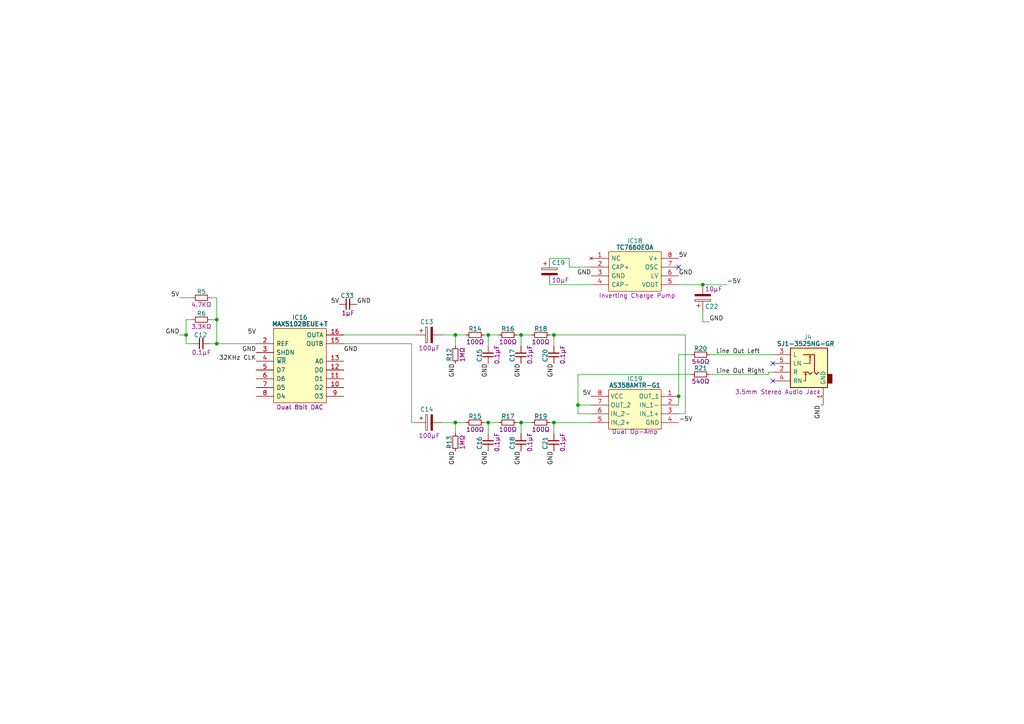
<source format=kicad_sch>
(kicad_sch (version 20230121) (generator eeschema)
  (paper "A4")
  (lib_symbols
    (symbol "CUI_Devices:SJ1-3525NG-GR" (pin_names (offset 0.762))
      (property "Reference" "J" (at 6.985 5.08 0))
      (property "Value" "SJ1-3525NG-GR" (at 7.62 3.175 0))
      (property "Description" "3.5mm Stereo Audio Jack" (at 3.175 -10.795 0))
      (symbol "SJ1-3525NG-GR_0_1"
        (rectangle (start 0 -5.715) (end 1.27 -8.255) (stroke (width 0.254)) (fill (type outline)))
        (rectangle (start 1.27 1.905) (end 12.065 -9.525) (stroke (width 0.254)) (fill (type background)))
      )
      (symbol "SJ1-3525NG-GR_1_0"
        (pin passive line (at 2.54 -14.605 90) (length 5.08) (name "GND") (number "1"))
        (pin input line (at 17.145 -5.08 180) (length 5.08) (name "R") (number "2"))
        (pin input line (at 17.145 0 180) (length 5.08) (name "L") (number "3"))
        (pin passive line (at 17.145 -7.62 180) (length 5.08) (name "RN") (number "4"))
        (pin passive line (at 17.145 -2.54 180) (length 5.08) (name "LN") (number "5"))
      )
      (symbol "SJ1-3525NG-GR_1_1"
        (polyline (pts (xy 6.35 -2.54) (xy 6.35 -0.254) (xy 6.604 -0.762)))
        (polyline (pts (xy 7.62 -7.62) (xy 7.62 -5.334) (xy 7.874 -5.842)))
        (polyline (pts (xy 5.715 -5.08) (xy 6.35 -5.715) (xy 6.985 -5.08) (xy 8.255 -5.08)) (stroke (width 0.254)))
        (polyline (pts (xy 8.255 -7.62) (xy 7.62 -7.62) (xy 7.62 -5.334) (xy 7.366 -5.842)))
        (polyline (pts (xy 8.255 -2.54) (xy 6.35 -2.54) (xy 6.35 -0.254) (xy 6.096 -0.762)))
        (polyline (pts (xy 8.255 0) (xy 5.08 0) (xy 5.08 -5.08) (xy 4.445 -5.715) (xy 3.81 -5.08)) (stroke (width 0.254)))
      )
    )
    (symbol "Connector:Conn_01x24_Pin" (pin_names (offset 1.016) hide)
      (property "Reference" "J" (at 0 30.48 0))
      (property "Value" "Conn_01x24_Pin" (at 0 -33.02 0))
      (symbol "Conn_01x24_Pin_1_1"
        (polyline (pts (xy 1.27 -30.48) (xy 0.8636 -30.48)) (stroke (width 0.1524)))
        (polyline (pts (xy 1.27 -27.94) (xy 0.8636 -27.94)) (stroke (width 0.1524)))
        (polyline (pts (xy 1.27 -25.4) (xy 0.8636 -25.4)) (stroke (width 0.1524)))
        (polyline (pts (xy 1.27 -22.86) (xy 0.8636 -22.86)) (stroke (width 0.1524)))
        (polyline (pts (xy 1.27 -20.32) (xy 0.8636 -20.32)) (stroke (width 0.1524)))
        (polyline (pts (xy 1.27 -17.78) (xy 0.8636 -17.78)) (stroke (width 0.1524)))
        (polyline (pts (xy 1.27 -15.24) (xy 0.8636 -15.24)) (stroke (width 0.1524)))
        (polyline (pts (xy 1.27 -12.7) (xy 0.8636 -12.7)) (stroke (width 0.1524)))
        (polyline (pts (xy 1.27 -10.16) (xy 0.8636 -10.16)) (stroke (width 0.1524)))
        (polyline (pts (xy 1.27 -7.62) (xy 0.8636 -7.62)) (stroke (width 0.1524)))
        (polyline (pts (xy 1.27 -5.08) (xy 0.8636 -5.08)) (stroke (width 0.1524)))
        (polyline (pts (xy 1.27 -2.54) (xy 0.8636 -2.54)) (stroke (width 0.1524)))
        (polyline (pts (xy 1.27 0) (xy 0.8636 0)) (stroke (width 0.1524)))
        (polyline (pts (xy 1.27 2.54) (xy 0.8636 2.54)) (stroke (width 0.1524)))
        (polyline (pts (xy 1.27 5.08) (xy 0.8636 5.08)) (stroke (width 0.1524)))
        (polyline (pts (xy 1.27 7.62) (xy 0.8636 7.62)) (stroke (width 0.1524)))
        (polyline (pts (xy 1.27 10.16) (xy 0.8636 10.16)) (stroke (width 0.1524)))
        (polyline (pts (xy 1.27 12.7) (xy 0.8636 12.7)) (stroke (width 0.1524)))
        (polyline (pts (xy 1.27 15.24) (xy 0.8636 15.24)) (stroke (width 0.1524)))
        (polyline (pts (xy 1.27 17.78) (xy 0.8636 17.78)) (stroke (width 0.1524)))
        (polyline (pts (xy 1.27 20.32) (xy 0.8636 20.32)) (stroke (width 0.1524)))
        (polyline (pts (xy 1.27 22.86) (xy 0.8636 22.86)) (stroke (width 0.1524)))
        (polyline (pts (xy 1.27 25.4) (xy 0.8636 25.4)) (stroke (width 0.1524)))
        (polyline (pts (xy 1.27 27.94) (xy 0.8636 27.94)) (stroke (width 0.1524)))
        (rectangle (start 0.8636 -30.353) (end 0 -30.607) (stroke (width 0.1524)) (fill (type outline)))
        (rectangle (start 0.8636 -27.813) (end 0 -28.067) (stroke (width 0.1524)) (fill (type outline)))
        (rectangle (start 0.8636 -25.273) (end 0 -25.527) (stroke (width 0.1524)) (fill (type outline)))
        (rectangle (start 0.8636 -22.733) (end 0 -22.987) (stroke (width 0.1524)) (fill (type outline)))
        (rectangle (start 0.8636 -20.193) (end 0 -20.447) (stroke (width 0.1524)) (fill (type outline)))
        (rectangle (start 0.8636 -17.653) (end 0 -17.907) (stroke (width 0.1524)) (fill (type outline)))
        (rectangle (start 0.8636 -15.113) (end 0 -15.367) (stroke (width 0.1524)) (fill (type outline)))
        (rectangle (start 0.8636 -12.573) (end 0 -12.827) (stroke (width 0.1524)) (fill (type outline)))
        (rectangle (start 0.8636 -10.033) (end 0 -10.287) (stroke (width 0.1524)) (fill (type outline)))
        (rectangle (start 0.8636 -7.493) (end 0 -7.747) (stroke (width 0.1524)) (fill (type outline)))
        (rectangle (start 0.8636 -4.953) (end 0 -5.207) (stroke (width 0.1524)) (fill (type outline)))
        (rectangle (start 0.8636 -2.413) (end 0 -2.667) (stroke (width 0.1524)) (fill (type outline)))
        (rectangle (start 0.8636 0.127) (end 0 -0.127) (stroke (width 0.1524)) (fill (type outline)))
        (rectangle (start 0.8636 2.667) (end 0 2.413) (stroke (width 0.1524)) (fill (type outline)))
        (rectangle (start 0.8636 5.207) (end 0 4.953) (stroke (width 0.1524)) (fill (type outline)))
        (rectangle (start 0.8636 7.747) (end 0 7.493) (stroke (width 0.1524)) (fill (type outline)))
        (rectangle (start 0.8636 10.287) (end 0 10.033) (stroke (width 0.1524)) (fill (type outline)))
        (rectangle (start 0.8636 12.827) (end 0 12.573) (stroke (width 0.1524)) (fill (type outline)))
        (rectangle (start 0.8636 15.367) (end 0 15.113) (stroke (width 0.1524)) (fill (type outline)))
        (rectangle (start 0.8636 17.907) (end 0 17.653) (stroke (width 0.1524)) (fill (type outline)))
        (rectangle (start 0.8636 20.447) (end 0 20.193) (stroke (width 0.1524)) (fill (type outline)))
        (rectangle (start 0.8636 22.987) (end 0 22.733) (stroke (width 0.1524)) (fill (type outline)))
        (rectangle (start 0.8636 25.527) (end 0 25.273) (stroke (width 0.1524)) (fill (type outline)))
        (rectangle (start 0.8636 28.067) (end 0 27.813) (stroke (width 0.1524)) (fill (type outline)))
        (pin passive line (at 5.08 27.94 180) (length 3.81) (name "Pin_1") (number "1"))
        (pin passive line (at 5.08 5.08 180) (length 3.81) (name "Pin_10") (number "10"))
        (pin passive line (at 5.08 2.54 180) (length 3.81) (name "Pin_11") (number "11"))
        (pin passive line (at 5.08 0 180) (length 3.81) (name "Pin_12") (number "12"))
        (pin passive line (at 5.08 -2.54 180) (length 3.81) (name "Pin_13") (number "13"))
        (pin passive line (at 5.08 -5.08 180) (length 3.81) (name "Pin_14") (number "14"))
        (pin passive line (at 5.08 -7.62 180) (length 3.81) (name "Pin_15") (number "15"))
        (pin passive line (at 5.08 -10.16 180) (length 3.81) (name "Pin_16") (number "16"))
        (pin passive line (at 5.08 -12.7 180) (length 3.81) (name "Pin_17") (number "17"))
        (pin passive line (at 5.08 -15.24 180) (length 3.81) (name "Pin_18") (number "18"))
        (pin passive line (at 5.08 -17.78 180) (length 3.81) (name "Pin_19") (number "19"))
        (pin passive line (at 5.08 25.4 180) (length 3.81) (name "Pin_2") (number "2"))
        (pin passive line (at 5.08 -20.32 180) (length 3.81) (name "Pin_20") (number "20"))
        (pin passive line (at 5.08 -22.86 180) (length 3.81) (name "Pin_21") (number "21"))
        (pin passive line (at 5.08 -25.4 180) (length 3.81) (name "Pin_22") (number "22"))
        (pin passive line (at 5.08 -27.94 180) (length 3.81) (name "Pin_23") (number "23"))
        (pin passive line (at 5.08 -30.48 180) (length 3.81) (name "Pin_24") (number "24"))
        (pin passive line (at 5.08 22.86 180) (length 3.81) (name "Pin_3") (number "3"))
        (pin passive line (at 5.08 20.32 180) (length 3.81) (name "Pin_4") (number "4"))
        (pin passive line (at 5.08 17.78 180) (length 3.81) (name "Pin_5") (number "5"))
        (pin passive line (at 5.08 15.24 180) (length 3.81) (name "Pin_6") (number "6"))
        (pin passive line (at 5.08 12.7 180) (length 3.81) (name "Pin_7") (number "7"))
        (pin passive line (at 5.08 10.16 180) (length 3.81) (name "Pin_8") (number "8"))
        (pin passive line (at 5.08 7.62 180) (length 3.81) (name "Pin_9") (number "9"))
      )
    )
    (symbol "Diodes_Inc:AS358AMTR-G1"
      (property "Reference" "IC" (at 12.7 5.08 0))
      (property "Value" "AS358AMTR-G1" (at 12.7 3.175 0))
      (property "Description" "Dual Op-Amp" (at 12.7 -9.525 0))
      (symbol "AS358AMTR-G1_0_1"
        (polyline (pts (xy 5.08 1.905) (xy 20.32 1.905) (xy 20.32 -9.525) (xy 5.08 -9.525) (xy 5.08 1.905)) (stroke (width 0.1524)) (fill (type background)))
      )
      (symbol "AS358AMTR-G1_1_1"
        (pin output line (at 0 0 0) (length 5.08) (name "OUT_1") (number "1"))
        (pin input line (at 0 -2.54 0) (length 5.08) (name "IN_1-") (number "2"))
        (pin input line (at 0 -5.08 0) (length 5.08) (name "IN_1+") (number "3"))
        (pin passive line (at 0 -7.62 0) (length 5.08) (name "GND") (number "4"))
        (pin input line (at 25.4 -7.62 180) (length 5.08) (name "IN_2+") (number "5"))
        (pin input line (at 25.4 -5.08 180) (length 5.08) (name "IN_2-") (number "6"))
        (pin output line (at 25.4 -2.54 180) (length 5.08) (name "OUT_2") (number "7"))
        (pin passive line (at 25.4 0 180) (length 5.08) (name "VCC") (number "8"))
      )
    )
    (symbol "HCP65:C_0805" (pin_numbers hide) (pin_names (offset 0.254) hide)
      (property "Reference" "C" (at 2.286 2.54 0))
      (property "Description" "?μF" (at 2.54 -2.54 0))
      (symbol "C_0805_0_1"
        (polyline (pts (xy 1.9685 -1.4605) (xy 1.9685 1.5875)) (stroke (width 0.3048)))
        (polyline (pts (xy 2.9845 -1.4605) (xy 2.9845 1.5875)) (stroke (width 0.3302)))
      )
      (symbol "C_0805_1_1"
        (pin passive line (at 0 0 0) (length 2.032) (name "~") (number "1"))
        (pin passive line (at 5.08 0 180) (length 2.032) (name "~") (number "2"))
      )
    )
    (symbol "HCP65:C_Polarized" (pin_numbers hide) (pin_names (offset 0.254))
      (property "Reference" "C" (at 0.635 2.54 0))
      (property "Description" "?μF" (at 0.635 -2.54 0))
      (symbol "C_Polarized_0_1"
        (rectangle (start -2.286 0.508) (end 2.286 1.016))
        (polyline (pts (xy -1.778 2.286) (xy -0.762 2.286)))
        (polyline (pts (xy -1.27 2.794) (xy -1.27 1.778)))
        (rectangle (start 2.286 -0.508) (end -2.286 -1.016) (fill (type outline)))
      )
      (symbol "C_Polarized_1_1"
        (pin passive line (at 0 3.81 270) (length 2.794) (name "~") (number "1"))
        (pin passive line (at 0 -3.81 90) (length 2.794) (name "~") (number "2"))
      )
    )
    (symbol "HCP65:R_0805" (pin_numbers hide) (pin_names hide)
      (property "Reference" "R" (at 2.54 1.778 0))
      (property "Description" "?Ω" (at 2.54 -2.032 0))
      (symbol "R_0805_0_1"
        (rectangle (start 0.762 0.762) (end 4.318 -0.762) (stroke (width 0.2032)))
      )
      (symbol "R_0805_1_1"
        (pin passive line (at 0 0 0) (length 0.72) (name "~") (number "1"))
        (pin passive line (at 5.08 0 180) (length 0.72) (name "~") (number "2"))
      )
    )
    (symbol "Maxim:MAX5102BEUE+T" (pin_names (offset 0.762))
      (property "Reference" "IC" (at 12.7 5.08 0))
      (property "Value" "MAX5102BEUE+T" (at 12.7 3.175 0))
      (property "Description" "Dual 8bit DAC" (at 12.7 -20.955 0))
      (symbol "MAX5102BEUE+T_0_0"
        (pin passive line (at 0 0 0) (length 5.08) hide (name "VDD") (number "1"))
        (pin input line (at 25.4 -15.24 180) (length 5.08) (name "D2") (number "10"))
        (pin input line (at 25.4 -12.7 180) (length 5.08) (name "D1") (number "11"))
        (pin input line (at 25.4 -10.16 180) (length 5.08) (name "D0") (number "12"))
        (pin input line (at 25.4 -7.62 180) (length 5.08) (name "A0") (number "13"))
        (pin passive line (at 25.4 -5.08 180) (length 5.08) hide (name "GND") (number "14"))
        (pin output line (at 25.4 -2.54 180) (length 5.08) (name "OUTB") (number "15"))
        (pin output line (at 25.4 0 180) (length 5.08) (name "OUTA") (number "16"))
        (pin input line (at 0 -2.54 0) (length 5.08) (name "REF") (number "2"))
        (pin input line (at 0 -5.08 0) (length 5.08) (name "SHDN") (number "3"))
        (pin input line (at 0 -7.62 0) (length 5.08) (name "~{WR}") (number "4"))
        (pin input line (at 0 -10.16 0) (length 5.08) (name "D7") (number "5"))
        (pin input line (at 0 -12.7 0) (length 5.08) (name "D6") (number "6"))
        (pin input line (at 0 -15.24 0) (length 5.08) (name "D5") (number "7"))
        (pin input line (at 0 -17.78 0) (length 5.08) (name "D4") (number "8"))
        (pin input line (at 25.4 -17.78 180) (length 5.08) (name "D3") (number "9"))
      )
      (symbol "MAX5102BEUE+T_0_1"
        (polyline (pts (xy 5.08 1.905) (xy 20.32 1.905) (xy 20.32 -19.685) (xy 5.08 -19.685) (xy 5.08 1.905)) (stroke (width 0.1524)) (fill (type background)))
      )
    )
    (symbol "Microchip:TC7660EOA" (pin_names (offset 0.762))
      (property "Reference" "IC" (at 12.7 5.08 0))
      (property "Value" "TC7660EOA" (at 12.7 3.175 0))
      (property "Description" "Inverting Charge Pump" (at 13.335 -10.795 0))
      (symbol "TC7660EOA_0_0"
        (pin no_connect line (at 0 0 0) (length 5.08) (name "NC") (number "1"))
        (pin passive line (at 0 -2.54 0) (length 5.08) (name "CAP+") (number "2"))
        (pin passive line (at 0 -5.08 0) (length 5.08) (name "GND") (number "3"))
        (pin passive line (at 0 -7.62 0) (length 5.08) (name "CAP-") (number "4"))
        (pin passive line (at 25.4 -7.62 180) (length 5.08) (name "VOUT") (number "5"))
        (pin passive line (at 25.4 -5.08 180) (length 5.08) (name "LV") (number "6"))
        (pin passive line (at 25.4 -2.54 180) (length 5.08) (name "OSC") (number "7"))
        (pin passive line (at 25.4 0 180) (length 5.08) (name "V+") (number "8"))
      )
      (symbol "TC7660EOA_0_1"
        (polyline (pts (xy 5.08 1.905) (xy 20.32 1.905) (xy 20.32 -9.525) (xy 5.08 -9.525) (xy 5.08 1.905)) (stroke (width 0.1524)) (fill (type background)))
      )
    )
  )
  (junction (at 151.13 97.155))
  (junction (at 132.08 122.555))
  (junction (at 203.835 82.55))
  (junction (at 132.08 97.155))
  (junction (at 141.605 122.555))
  (junction (at 141.605 97.155))
  (junction (at 167.64 117.475))
  (junction (at 53.975 97.155))
  (junction (at 62.865 92.71))
  (junction (at 160.655 122.555))
  (junction (at 62.865 99.695))
  (junction (at 196.85 114.935))
  (junction (at 151.13 122.555))
  (junction (at 160.655 97.155))
  (no_connect (at 224.155 110.49))
  (no_connect (at 196.85 77.47))
  (no_connect (at 224.155 105.41))
  (wire (pts (xy 196.85 102.87) (xy 196.85 114.935)))
  (wire (pts (xy 99.695 99.695) (xy 119.38 99.695)))
  (wire (pts (xy 160.655 122.555) (xy 160.655 125.73)))
  (wire (pts (xy 196.85 120.015) (xy 198.755 120.015)))
  (wire (pts (xy 60.96 92.71) (xy 62.865 92.71)))
  (wire (pts (xy 222.885 107.95) (xy 222.885 108.585)))
  (wire (pts (xy 141.605 97.155) (xy 141.605 100.33)))
  (wire (pts (xy 62.865 99.695) (xy 74.295 99.695)))
  (wire (pts (xy 238.76 117.475) (xy 238.125 117.475)))
  (wire (pts (xy 53.975 92.71) (xy 55.88 92.71)))
  (wire (pts (xy 159.385 97.155) (xy 160.655 97.155)))
  (wire (pts (xy 165.1 74.93) (xy 159.385 74.93)))
  (wire (pts (xy 196.85 82.55) (xy 203.835 82.55)))
  (wire (pts (xy 203.835 82.55) (xy 210.82 82.55)))
  (wire (pts (xy 205.74 102.87) (xy 224.155 102.87)))
  (wire (pts (xy 203.835 93.345) (xy 203.835 90.17)))
  (wire (pts (xy 99.695 97.155) (xy 120.65 97.155)))
  (wire (pts (xy 160.655 122.555) (xy 171.45 122.555)))
  (wire (pts (xy 151.13 122.555) (xy 151.13 125.73)))
  (wire (pts (xy 165.1 77.47) (xy 165.1 74.93)))
  (wire (pts (xy 128.27 122.555) (xy 132.08 122.555)))
  (wire (pts (xy 224.155 107.95) (xy 222.885 107.95)))
  (wire (pts (xy 154.305 97.155) (xy 151.13 97.155)))
  (wire (pts (xy 167.64 117.475) (xy 171.45 117.475)))
  (wire (pts (xy 144.78 97.155) (xy 141.605 97.155)))
  (wire (pts (xy 167.64 120.015) (xy 171.45 120.015)))
  (wire (pts (xy 53.975 99.695) (xy 55.88 99.695)))
  (wire (pts (xy 128.27 97.155) (xy 132.08 97.155)))
  (wire (pts (xy 196.85 102.87) (xy 200.66 102.87)))
  (wire (pts (xy 135.255 97.155) (xy 132.08 97.155)))
  (wire (pts (xy 159.385 122.555) (xy 160.655 122.555)))
  (wire (pts (xy 132.08 100.33) (xy 132.08 97.155)))
  (wire (pts (xy 119.38 122.555) (xy 119.38 99.695)))
  (wire (pts (xy 60.96 86.36) (xy 62.865 86.36)))
  (wire (pts (xy 159.385 82.55) (xy 171.45 82.55)))
  (wire (pts (xy 60.96 99.695) (xy 62.865 99.695)))
  (wire (pts (xy 149.86 122.555) (xy 151.13 122.555)))
  (wire (pts (xy 52.07 97.155) (xy 53.975 97.155)))
  (wire (pts (xy 135.255 122.555) (xy 132.08 122.555)))
  (wire (pts (xy 141.605 122.555) (xy 141.605 125.73)))
  (wire (pts (xy 154.305 122.555) (xy 151.13 122.555)))
  (wire (pts (xy 132.08 125.73) (xy 132.08 122.555)))
  (wire (pts (xy 160.655 97.155) (xy 198.755 97.155)))
  (wire (pts (xy 140.335 122.555) (xy 141.605 122.555)))
  (wire (pts (xy 119.38 122.555) (xy 120.65 122.555)))
  (wire (pts (xy 167.64 108.585) (xy 200.66 108.585)))
  (wire (pts (xy 62.865 99.695) (xy 62.865 92.71)))
  (wire (pts (xy 53.975 97.155) (xy 53.975 99.695)))
  (wire (pts (xy 62.865 86.36) (xy 62.865 92.71)))
  (wire (pts (xy 151.13 97.155) (xy 151.13 100.33)))
  (wire (pts (xy 198.755 97.155) (xy 198.755 120.015)))
  (wire (pts (xy 205.74 108.585) (xy 222.885 108.585)))
  (wire (pts (xy 52.07 86.36) (xy 55.88 86.36)))
  (wire (pts (xy 53.975 92.71) (xy 53.975 97.155)))
  (wire (pts (xy 140.335 97.155) (xy 141.605 97.155)))
  (wire (pts (xy 167.64 117.475) (xy 167.64 108.585)))
  (wire (pts (xy 171.45 77.47) (xy 165.1 77.47)))
  (wire (pts (xy 167.64 117.475) (xy 167.64 120.015)))
  (wire (pts (xy 205.74 93.345) (xy 203.835 93.345)))
  (wire (pts (xy 149.86 97.155) (xy 151.13 97.155)))
  (wire (pts (xy 144.78 122.555) (xy 141.605 122.555)))
  (wire (pts (xy 196.85 114.935) (xy 196.85 117.475)))
  (wire (pts (xy 160.655 97.155) (xy 160.655 100.33)))
  (label "GND" (at 151.13 130.81 270))
  (label "5V" (at -34.925 125.73 0))
  (label "GND" (at 103.505 88.265 0))
  (label "-5V" (at 210.82 82.55 0))
  (label "32KHz CLK" (at 74.295 104.775 180))
  (label "GND" (at 151.13 105.41 270))
  (label "GND" (at 99.695 102.235 0))
  (label "Line Out Right" (at 207.645 108.585 0))
  (label "GND" (at 205.74 93.345 0))
  (label "5V" (at 98.425 88.265 180))
  (label "GND" (at 141.605 105.41 270))
  (label "GND" (at -34.925 90.17 0))
  (label "GND" (at 160.655 105.41 270))
  (label "5V" (at 196.85 74.93 0))
  (label "GND" (at 160.655 130.81 270))
  (label "5V" (at 171.45 114.935 180))
  (label "Line Out Left" (at 207.645 102.87 0))
  (label "GND" (at 52.07 97.155 180))
  (label "5V" (at -62.23 77.47 180))
  (label "GND" (at 238.125 117.475 270))
  (label "GND" (at 132.08 130.81 270))
  (label "GND" (at 171.45 80.01 180))
  (label "GND" (at -62.23 113.03 180))
  (label "5V" (at 52.07 86.36 180))
  (label "GND" (at 132.08 105.41 270))
  (label "GND" (at -34.925 113.03 0))
  (label "GND" (at 74.295 102.235 180))
  (label "GND" (at 196.85 80.01 0))
  (label "5V" (at 74.295 97.155 180))
  (label "GND" (at 141.605 130.81 270))
  (label "-5V" (at 196.85 122.555 0))
  (symbol (lib_id "Maxim:MAX5102BEUE+T") (at 74.295 97.155 0) (unit 1)
    (property "Reference" "IC16" (at 86.995 92.075 0))
    (property "Value" "MAX5102BEUE+T" (at 86.995 93.98 0) (effects (font bold)))
    (property "Footprint" "SOP65P640X110-16N" (effects hide))
    (property "Datasheet" "https://pdfserv.maximintegrated.com/package_dwgs/21-0066.PDF" (effects hide))
    (property "Description" "Dual 8bit DAC" (at 86.995 118.11 0))
    (property "Height" "1.1" (effects hide))
    (property "Manufacturer_Name" "Analog Devices" (effects hide))
    (property "Manufacturer_Part_Number" "MAX5102BEUE+T" (effects hide))
    (property "Mouser Part Number" "700-MAX5102BEUET" (effects hide))
    (property "Mouser Price/Stock" "https://www.mouser.co.uk/ProductDetail/Maxim-Integrated/MAX5102BEUE%2bT?qs=wTZ%2FFzl837bmVjuKxg2mFA%3D%3D" (effects hide))
    (instances (project "Pico Sound" (path "" (reference "IC16") (unit 1))) (project "Sound" (path "" (reference "IC2") (unit 1)) (path "" (reference "IC2") (unit 1))))
  )
  (symbol (lib_id "HCP65:C_0805") (at 160.655 130.81 90) (unit 1)
    (property "Reference" "C21" (at 158.115 128.524 0))
    (property "Value" "C_0805" (effects hide))
    (property "Footprint" "SamacSys_Parts:C_0805" (effects hide))
    (property "Description" "0.1μF" (at 163.195 128.27 0))
    (instances (project "Pico Sound" (path "" (reference "C21") (unit 1))) (project "Sound" (path "" (reference "C12") (unit 1)) (path "" (reference "C12") (unit 1))))
  )
  (symbol (lib_id "HCP65:C_Polarized") (at 124.46 122.555 90) (mirror x) (unit 1)
    (property "Reference" "C14" (at 125.73 118.745 90) (effects (justify left)))
    (property "Value" "C_Polarized" (effects hide))
    (property "Footprint" "Capacitor_THT:CP_Radial_D4.0mm_P2.00mm" (effects hide))
    (property "Description" "100μF" (at 127.635 126.365 90) (effects (justify left)))
    (instances (project "Pico Sound" (path "" (reference "C14") (unit 1))) (project "Sound" (path "" (reference "C9") (unit 1)) (path "" (reference "C9") (unit 1))))
  )
  (symbol (lib_id "HCP65:C_0805") (at 141.605 105.41 90) (unit 1)
    (property "Reference" "C15" (at 139.065 103.124 0))
    (property "Value" "C_0805" (effects hide))
    (property "Footprint" "SamacSys_Parts:C_0805" (effects hide))
    (property "Description" "0.1μF" (at 144.145 102.87 0))
    (instances (project "Pico Sound" (path "" (reference "C15") (unit 1))) (project "Sound" (path "" (reference "C6") (unit 1)) (path "" (reference "C6") (unit 1))))
  )
  (symbol (lib_id "HCP65:R_0805") (at 135.255 122.555 0) (unit 1)
    (property "Reference" "R15" (at 137.795 120.777 0))
    (property "Value" "R_0805" (effects hide))
    (property "Footprint" "SamacSys_Parts:R_0805" (effects hide))
    (property "Description" "100Ω" (at 137.795 124.587 0))
    (instances (project "Pico Sound" (path "" (reference "R15") (unit 1))) (project "Sound" (path "" (reference "R9") (unit 1)) (path "" (reference "R9") (unit 1))))
  )
  (symbol (lib_id "HCP65:C_Polarized") (at 203.835 86.36 0) (mirror x) (unit 1)
    (property "Reference" "C22" (at 204.47 88.9 0) (effects (justify left)))
    (property "Value" "C_Polarized" (effects hide))
    (property "Footprint" "Capacitor_THT:CP_Radial_D4.0mm_P2.00mm" (effects hide))
    (property "Description" "10μF" (at 204.47 83.82 0) (effects (justify left)))
    (instances (project "Pico Sound" (path "" (reference "C22") (unit 1))) (project "Sound" (path "" (reference "C2") (unit 1)) (path "" (reference "C2") (unit 1))))
  )
  (symbol (lib_id "HCP65:R_0805") (at 132.08 105.41 90) (unit 1)
    (property "Reference" "R12" (at 130.302 102.87 0))
    (property "Value" "R_0805" (effects hide))
    (property "Footprint" "SamacSys_Parts:R_0805" (effects hide))
    (property "Description" "1MΩ" (at 134.112 102.87 0))
    (instances (project "Pico Sound" (path "" (reference "R12") (unit 1))) (project "Sound" (path "" (reference "R7") (unit 1)) (path "" (reference "R7") (unit 1))))
  )
  (symbol (lib_id "HCP65:R_0805") (at 55.88 92.71 0) (unit 1)
    (property "Reference" "R6" (at 58.42 90.932 0))
    (property "Value" "R_0805" (effects hide))
    (property "Footprint" "SamacSys_Parts:R_0805" (effects hide))
    (property "Description" "3.3KΩ" (at 58.42 94.742 0))
    (instances (project "Pico Sound" (path "" (reference "R6") (unit 1))) (project "Sound" (path "" (reference "R2") (unit 1)) (path "" (reference "R2") (unit 1))))
  )
  (symbol (lib_id "CUI_Devices:SJ1-3525NG-GR") (at 241.3 102.87 0) (mirror y) (unit 1)
    (property "Reference" "J4" (at 234.315 97.79 0))
    (property "Value" "SJ1-3525NG-GR" (at 233.68 99.695 0) (effects (font bold)))
    (property "Footprint" "SJ13525NGGR" (effects hide))
    (property "Datasheet" "https://www.cuidevices.com/product/resource/digikeypdf/sj1-352xng.pdf" (effects hide))
    (property "Description" "3.5mm Stereo Audio Jack" (at 238.125 113.665 0) (effects (justify left)))
    (property "Height" "6.1" (effects hide))
    (property "Manufacturer_Name" "CUI Devices" (effects hide))
    (property "Manufacturer_Part_Number" "SJ1-3525NG-GR" (effects hide))
    (property "Mouser Part Number" "490-SJ1-3525NG-GR" (effects hide))
    (property "Mouser Price/Stock" "https://www.mouser.co.uk/ProductDetail/CUI-Devices/SJ1-3525NG-GR?qs=WyjlAZoYn51BeLQaUbXH3w%3D%3D" (effects hide))
    (property "Arrow Part Number" "SJ1-3525NG-GR" (effects hide))
    (property "Arrow Price/Stock" "https://www.arrow.com/en/products/sj1-3525ng-gr/cui-devices?region=nac" (effects hide))
    (instances (project "Pico Sound" (path "" (reference "J4") (unit 1))) (project "Sound" (path "" (reference "J1") (unit 1)) (path "" (reference "J1") (unit 1))))
  )
  (symbol (lib_id "HCP65:C_0805") (at 151.13 105.41 90) (unit 1)
    (property "Reference" "C17" (at 148.59 103.124 0))
    (property "Value" "C_0805" (effects hide))
    (property "Footprint" "SamacSys_Parts:C_0805" (effects hide))
    (property "Description" "0.1μF" (at 153.67 102.87 0))
    (instances (project "Pico Sound" (path "" (reference "C17") (unit 1))) (project "Sound" (path "" (reference "C7") (unit 1)) (path "" (reference "C7") (unit 1))))
  )
  (symbol (lib_id "HCP65:R_0805") (at 154.305 122.555 0) (unit 1)
    (property "Reference" "R19" (at 156.845 120.777 0))
    (property "Value" "R_0805" (effects hide))
    (property "Footprint" "SamacSys_Parts:R_0805" (effects hide))
    (property "Description" "100Ω" (at 156.845 124.587 0))
    (instances (project "Pico Sound" (path "" (reference "R19") (unit 1))) (project "Sound" (path "" (reference "R11") (unit 1)) (path "" (reference "R11") (unit 1))))
  )
  (symbol (lib_id "HCP65:R_0805") (at 144.78 97.155 0) (unit 1)
    (property "Reference" "R16" (at 147.32 95.377 0))
    (property "Value" "R_0805" (effects hide))
    (property "Footprint" "SamacSys_Parts:R_0805" (effects hide))
    (property "Description" "100Ω" (at 147.32 99.187 0))
    (instances (project "Pico Sound" (path "" (reference "R16") (unit 1))) (project "Sound" (path "" (reference "R4") (unit 1)) (path "" (reference "R4") (unit 1))))
  )
  (symbol (lib_id "HCP65:C_0805") (at 55.88 99.695 0) (unit 1)
    (property "Reference" "C12" (at 58.166 97.155 0))
    (property "Value" "C_0805" (effects hide))
    (property "Footprint" "SamacSys_Parts:C_0805" (effects hide))
    (property "Description" "0.1μF" (at 58.42 102.235 0))
    (instances (project "Pico Sound" (path "" (reference "C12") (unit 1))) (project "Sound" (path "" (reference "C5") (unit 1)) (path "" (reference "C5") (unit 1))))
  )
  (symbol (lib_id "HCP65:R_0805") (at 144.78 122.555 0) (unit 1)
    (property "Reference" "R17" (at 147.32 120.777 0))
    (property "Value" "R_0805" (effects hide))
    (property "Footprint" "SamacSys_Parts:R_0805" (effects hide))
    (property "Description" "100Ω" (at 147.32 124.587 0))
    (instances (project "Pico Sound" (path "" (reference "R17") (unit 1))) (project "Sound" (path "" (reference "R10") (unit 1)) (path "" (reference "R10") (unit 1))))
  )
  (symbol (lib_id "Connector:Conn_01x24_Pin") (at -57.15 100.33 0) (mirror y) (unit 1)
    (property "Reference" "J?" (at -57.15 69.85 0))
    (property "Value" "Conn_01x24_Pin" (at -57.15 133.35 0))
    (property "Footprint" "Connector_PinHeader_2.54mm:PinHeader_1x24_P2.54mm_Vertical" (effects hide))
    (instances (project "Video Timer" (path "" (reference "J?") (unit 1)) (path "" (reference "J1") (unit 1)) (path "" (reference "J4") (unit 1))) (project "Sound" (path "" (reference "J2") (unit 1))))
  )
  (symbol (lib_id "HCP65:R_0805") (at 55.88 86.36 0) (unit 1)
    (property "Reference" "R5" (at 58.42 84.582 0))
    (property "Value" "R_0805" (effects hide))
    (property "Footprint" "SamacSys_Parts:R_0805" (effects hide))
    (property "Description" "4.7KΩ" (at 58.42 88.392 0))
    (instances (project "Pico Sound" (path "" (reference "R5") (unit 1))) (project "Sound" (path "" (reference "R1") (unit 1)) (path "" (reference "R1") (unit 1))))
  )
  (symbol (lib_id "Microchip:TC7660EOA") (at 171.45 74.93 0) (unit 1)
    (property "Reference" "IC18" (at 184.15 69.85 0))
    (property "Value" "TC7660EOA" (at 184.15 71.755 0) (effects (font bold)))
    (property "Footprint" "SOIC127P600X175-8N" (effects hide))
    (property "Datasheet" "https://ww1.microchip.com/downloads/en/devicedoc/21465c.pdf" (effects hide))
    (property "Description" "Inverting Charge Pump" (at 184.785 85.725 0))
    (property "Height" "1.75" (effects hide))
    (property "Manufacturer_Name" "Microchip" (effects hide))
    (property "Manufacturer_Part_Number" "TC7660EOA" (effects hide))
    (property "Mouser Part Number" "579-TC7660EOA" (effects hide))
    (property "Mouser Price/Stock" "https://www.mouser.co.uk/ProductDetail/Microchip-Technology/TC7660EOA?qs=gZwDaUDMhIfP43HT5xqUZA%3D%3D" (effects hide))
    (property "Arrow Part Number" "TC7660EOA" (effects hide))
    (property "Arrow Price/Stock" "https://www.arrow.com/en/products/tc7660eoa/microchip-technology?region=nac" (effects hide))
    (property "Silkscreen" "TC7660" (effects hide))
    (instances (project "Pico Sound" (path "" (reference "IC18") (unit 1))) (project "Sound" (path "" (reference "IC1") (unit 1)) (path "" (reference "IC1") (unit 1))))
  )
  (symbol (lib_id "HCP65:R_0805") (at 200.66 102.87 0) (unit 1)
    (property "Reference" "R20" (at 203.2 101.092 0))
    (property "Value" "R_0805" (effects hide))
    (property "Footprint" "SamacSys_Parts:R_0805" (effects hide))
    (property "Description" "540Ω" (at 203.2 104.902 0))
    (instances (project "Pico Sound" (path "" (reference "R20") (unit 1))) (project "Sound" (path "" (reference "R6") (unit 1)) (path "" (reference "R6") (unit 1))))
  )
  (symbol (lib_id "HCP65:C_0805") (at 98.425 88.265 0) (unit 1)
    (property "Reference" "C33" (at 100.711 85.725 0))
    (property "Value" "C_0805" (effects hide))
    (property "Footprint" "SamacSys_Parts:C_0805" (effects hide))
    (property "Description" "1μF" (at 100.965 90.805 0))
    (instances (project "Pico Sound" (path "" (reference "C33") (unit 1))) (project "Sound" (path "" (reference "C3") (unit 1)) (path "" (reference "C3") (unit 1))))
  )
  (symbol (lib_id "HCP65:R_0805") (at 132.08 130.81 90) (unit 1)
    (property "Reference" "R13" (at 130.302 128.27 0))
    (property "Value" "R_0805" (effects hide))
    (property "Footprint" "SamacSys_Parts:R_0805" (effects hide))
    (property "Description" "1MΩ" (at 134.112 128.27 0))
    (instances (project "Pico Sound" (path "" (reference "R13") (unit 1))) (project "Sound" (path "" (reference "R12") (unit 1)) (path "" (reference "R12") (unit 1))))
  )
  (symbol (lib_id "HCP65:R_0805") (at 135.255 97.155 0) (unit 1)
    (property "Reference" "R14" (at 137.795 95.377 0))
    (property "Value" "R_0805" (effects hide))
    (property "Footprint" "SamacSys_Parts:R_0805" (effects hide))
    (property "Description" "100Ω" (at 137.795 99.187 0))
    (instances (project "Pico Sound" (path "" (reference "R14") (unit 1))) (project "Sound" (path "" (reference "R3") (unit 1)) (path "" (reference "R3") (unit 1))))
  )
  (symbol (lib_id "HCP65:C_0805") (at 151.13 130.81 90) (unit 1)
    (property "Reference" "C18" (at 148.59 128.524 0))
    (property "Value" "C_0805" (effects hide))
    (property "Footprint" "SamacSys_Parts:C_0805" (effects hide))
    (property "Description" "0.1μF" (at 153.67 128.27 0))
    (instances (project "Pico Sound" (path "" (reference "C18") (unit 1))) (project "Sound" (path "" (reference "C11") (unit 1)) (path "" (reference "C11") (unit 1))))
  )
  (symbol (lib_id "HCP65:C_Polarized") (at 124.46 97.155 90) (mirror x) (unit 1)
    (property "Reference" "C13" (at 125.73 93.345 90) (effects (justify left)))
    (property "Value" "C_Polarized" (effects hide))
    (property "Footprint" "Capacitor_THT:CP_Radial_D4.0mm_P2.00mm" (effects hide))
    (property "Description" "100μF" (at 127.635 100.965 90) (effects (justify left)))
    (instances (project "Pico Sound" (path "" (reference "C13") (unit 1))) (project "Sound" (path "" (reference "C4") (unit 1)) (path "" (reference "C4") (unit 1))))
  )
  (symbol (lib_id "HCP65:R_0805") (at 200.66 108.585 0) (unit 1)
    (property "Reference" "R21" (at 203.2 106.807 0))
    (property "Value" "R_0805" (effects hide))
    (property "Footprint" "SamacSys_Parts:R_0805" (effects hide))
    (property "Description" "540Ω" (at 203.2 110.617 0))
    (instances (project "Pico Sound" (path "" (reference "R21") (unit 1))) (project "Sound" (path "" (reference "R8") (unit 1)) (path "" (reference "R8") (unit 1))))
  )
  (symbol (lib_id "HCP65:C_0805") (at 160.655 105.41 90) (unit 1)
    (property "Reference" "C20" (at 158.115 103.124 0))
    (property "Value" "C_0805" (effects hide))
    (property "Footprint" "SamacSys_Parts:C_0805" (effects hide))
    (property "Description" "0.1μF" (at 163.195 102.87 0))
    (instances (project "Pico Sound" (path "" (reference "C20") (unit 1))) (project "Sound" (path "" (reference "C8") (unit 1)) (path "" (reference "C8") (unit 1))))
  )
  (symbol (lib_id "HCP65:C_0805") (at 141.605 130.81 90) (unit 1)
    (property "Reference" "C16" (at 139.065 128.524 0))
    (property "Value" "C_0805" (effects hide))
    (property "Footprint" "SamacSys_Parts:C_0805" (effects hide))
    (property "Description" "0.1μF" (at 144.145 128.27 0))
    (instances (project "Pico Sound" (path "" (reference "C16") (unit 1))) (project "Sound" (path "" (reference "C10") (unit 1)) (path "" (reference "C10") (unit 1))))
  )
  (symbol (lib_id "HCP65:R_0805") (at 154.305 97.155 0) (unit 1)
    (property "Reference" "R18" (at 156.845 95.377 0))
    (property "Value" "R_0805" (effects hide))
    (property "Footprint" "SamacSys_Parts:R_0805" (effects hide))
    (property "Description" "100Ω" (at 156.845 99.187 0))
    (instances (project "Pico Sound" (path "" (reference "R18") (unit 1))) (project "Sound" (path "" (reference "R5") (unit 1)) (path "" (reference "R5") (unit 1))))
  )
  (symbol (lib_id "HCP65:C_Polarized") (at 159.385 78.74 0) (unit 1)
    (property "Reference" "C19" (at 160.02 76.2 0) (effects (justify left)))
    (property "Value" "C_Polarized" (effects hide))
    (property "Footprint" "Capacitor_THT:CP_Radial_D4.0mm_P2.00mm" (effects hide))
    (property "Description" "10μF" (at 160.02 81.28 0) (effects (justify left)))
    (instances (project "Pico Sound" (path "" (reference "C19") (unit 1))) (project "Sound" (path "" (reference "C1") (unit 1)) (path "" (reference "C1") (unit 1))))
  )
  (symbol (lib_id "Connector:Conn_01x24_Pin") (at -40.005 100.33 0) (unit 1)
    (property "Reference" "J?" (at -40.005 69.85 0))
    (property "Value" "Conn_01x24_Pin" (at -40.005 133.35 0))
    (property "Footprint" "Connector_PinHeader_2.54mm:PinHeader_1x24_P2.54mm_Vertical" (effects hide))
    (instances (project "Video Timer" (path "" (reference "J?") (unit 1)) (path "" (reference "J2") (unit 1)) (path "" (reference "J6") (unit 1))) (project "Sound" (path "" (reference "J3") (unit 1))))
  )
  (symbol (lib_id "Diodes_Inc:AS358AMTR-G1") (at 196.85 114.935 0) (mirror y) (unit 1)
    (property "Reference" "IC19" (at 184.15 109.855 0))
    (property "Value" "AS358AMTR-G1" (at 184.15 111.76 0) (effects (font bold)))
    (property "Footprint" "SamacSys_Parts:SOIC127P600X175-8N" (effects hide))
    (property "Description" "Dual Op-Amp" (at 184.15 124.46 0) (effects (justify top)))
    (property "Height" "1.75" (effects hide))
    (property "Manufacturer_Name" "Diodes Inc." (effects hide))
    (property "Manufacturer_Part_Number" "AS358AMTR-G1" (effects hide))
    (property "Mouser Part Number" "621-AS358AMTR-G1" (effects hide))
    (property "Mouser Price/Stock" "https://www.mouser.co.uk/ProductDetail/Diodes-Incorporated/AS358AMTR-G1?qs=FKu9oBikfSnwK81wQRvcDw%3D%3D" (effects hide))
    (property "Arrow Part Number" "AS358AMTR-G1" (effects hide))
    (property "Arrow Price/Stock" "https://www.arrow.com/en/products/as358amtr-g1/diodes-incorporated" (effects hide))
    (property "Silkscreen" "AS358" (effects hide))
    (instances (project "Pico Sound" (path "" (reference "IC19") (unit 1))) (project "Sound" (path "" (reference "IC3") (unit 1)) (path "" (reference "IC3") (unit 1))))
  )
)
</source>
